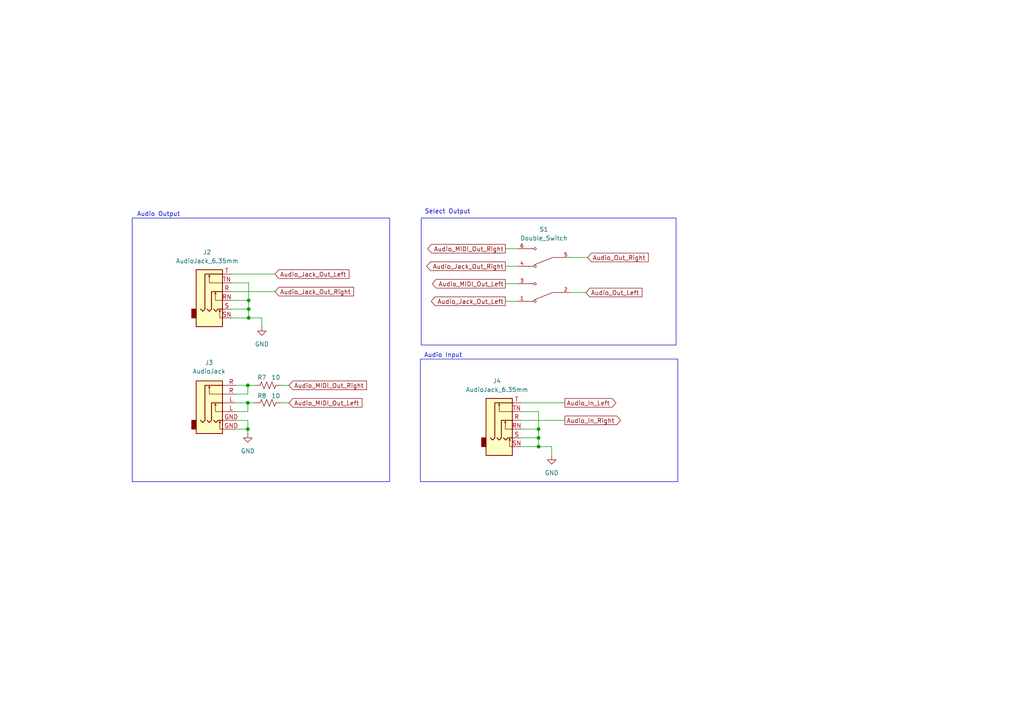
<source format=kicad_sch>
(kicad_sch (version 20231120) (generator "eeschema") (generator_version "8.0")
  (paper "A4")
  (lib_symbols
    (symbol "Digital_Multi_Effect_Pedal:AudioJack"
      (property "Reference" "J" (at 0 11.43 0))
      (property "Value" "AudioJack" (at 0 8.89 0))
      (symbol "AudioJack_0_1"
        (rectangle (start -6.35 -5.08) (end -7.62 -7.62) (stroke (width 0.254)) (fill (type outline)))
        (rectangle (start -6.35 6.35) (end 1.27 -8.89) (stroke (width 0.254)) (fill (type background)))
        (polyline (pts (xy -2.54 4.826) (xy -2.286 4.318)))
        (polyline (pts (xy -0.762 -0.254) (xy -0.508 -0.762)))
        (polyline (pts (xy 0.508 -5.334) (xy 0.762 -5.842)))
        (polyline (pts (xy 1.27 0) (xy 2.54 0)))
        (polyline (pts (xy 2.54 -5.08) (xy 1.27 -5.08)))
        (polyline (pts (xy 2.54 5.08) (xy 1.27 5.08)))
        (polyline (pts (xy -1.27 -5.08) (xy -0.635 -5.715) (xy 0 -5.08) (xy 1.27 -5.08)) (stroke (width 0.254)))
        (polyline (pts (xy 2.54 -7.62) (xy 0.508 -7.62) (xy 0.508 -5.334) (xy 0.254 -5.842)))
        (polyline (pts (xy 2.54 -2.54) (xy -0.762 -2.54) (xy -0.762 -0.254) (xy -1.016 -0.762)))
        (polyline (pts (xy 2.54 2.54) (xy -2.54 2.54) (xy -2.54 4.826) (xy -2.794 4.318)))
        (polyline (pts (xy -3.175 -5.08) (xy -2.54 -5.715) (xy -1.905 -5.08) (xy -1.905 0) (xy 1.27 0)) (stroke (width 0.254)))
        (polyline (pts (xy 1.27 5.08) (xy -3.81 5.08) (xy -3.81 -5.08) (xy -4.445 -5.715) (xy -5.08 -5.08)) (stroke (width 0.254)))
      )
      (symbol "AudioJack_1_1"
        (pin passive line (at 5.08 -7.62 180) (length 2.54) (name "~") (number "GND"))
        (pin passive line (at 5.08 -5.08 180) (length 2.54) (name "~") (number "GND"))
        (pin passive line (at 5.08 -2.54 180) (length 2.54) (name "~") (number "L"))
        (pin passive line (at 5.08 0 180) (length 2.54) (name "~") (number "L"))
        (pin passive line (at 5.08 2.54 180) (length 2.54) (name "~") (number "R"))
        (pin passive line (at 5.08 5.08 180) (length 2.54) (name "~") (number "R"))
      )
    )
    (symbol "Digital_Multi_Effect_Pedal:AudioJack_6.35mm"
      (property "Reference" "J" (at 0 11.43 0))
      (property "Value" "AudioJack_6.35mm" (at 0 8.89 0))
      (symbol "AudioJack_6.35mm_0_1"
        (rectangle (start -5.08 -5.08) (end -6.35 -7.62) (stroke (width 0.254)) (fill (type outline)))
        (rectangle (start 2.54 6.35) (end -5.08 -10.16) (stroke (width 0.254)) (fill (type background)))
      )
      (symbol "AudioJack_6.35mm_1_1"
        (polyline (pts (xy -1.27 4.826) (xy -1.016 4.318)))
        (polyline (pts (xy 0.508 -0.254) (xy 0.762 -0.762)))
        (polyline (pts (xy 1.778 -5.334) (xy 2.032 -5.842)))
        (polyline (pts (xy 0 -5.08) (xy 0.635 -5.715) (xy 1.27 -5.08) (xy 2.54 -5.08)) (stroke (width 0.254)))
        (polyline (pts (xy 2.54 -7.62) (xy 1.778 -7.62) (xy 1.778 -5.334) (xy 1.524 -5.842)))
        (polyline (pts (xy 2.54 -2.54) (xy 0.508 -2.54) (xy 0.508 -0.254) (xy 0.254 -0.762)))
        (polyline (pts (xy 2.54 2.54) (xy -1.27 2.54) (xy -1.27 4.826) (xy -1.524 4.318)))
        (polyline (pts (xy -1.905 -5.08) (xy -1.27 -5.715) (xy -0.635 -5.08) (xy -0.635 0) (xy 2.54 0)) (stroke (width 0.254)))
        (polyline (pts (xy 2.54 5.08) (xy -2.54 5.08) (xy -2.54 -5.08) (xy -3.175 -5.715) (xy -3.81 -5.08)) (stroke (width 0.254)))
        (pin passive line (at 5.08 0 180) (length 2.54) (name "~") (number "R"))
        (pin passive line (at 5.08 -2.54 180) (length 2.54) (name "~") (number "RN"))
        (pin passive line (at 5.08 -5.08 180) (length 2.54) (name "~") (number "S"))
        (pin passive line (at 5.08 -7.62 180) (length 2.54) (name "~") (number "SN"))
        (pin passive line (at 5.08 5.08 180) (length 2.54) (name "~") (number "T"))
        (pin passive line (at 5.08 2.54 180) (length 2.54) (name "~") (number "TN"))
      )
    )
    (symbol "Digital_Multi_Effect_Pedal:Double_Switch" (pin_names (offset 1.016))
      (property "Reference" "S" (at -2.54 10.16 0))
      (property "Value" "Double_Switch" (at -2.54 -10.16 0))
      (symbol "Double_Switch_0_0"
        (polyline (pts (xy -2.54 -5.08) (xy -5.08 -5.08)) (stroke (width 0.1524)))
        (polyline (pts (xy -2.54 -5.08) (xy 2.794 -2.9464)) (stroke (width 0.1524)))
        (polyline (pts (xy -2.54 5.08) (xy -5.08 5.08)) (stroke (width 0.1524)))
        (polyline (pts (xy -2.54 5.08) (xy 2.794 7.2136)) (stroke (width 0.1524)))
        (polyline (pts (xy 5.08 -7.62) (xy 2.921 -7.62)) (stroke (width 0.1524)))
        (polyline (pts (xy 5.08 -2.54) (xy 2.921 -2.54)) (stroke (width 0.1524)))
        (polyline (pts (xy 5.08 2.54) (xy 2.921 2.54)) (stroke (width 0.1524)))
        (polyline (pts (xy 5.08 7.62) (xy 2.921 7.62)) (stroke (width 0.1524)))
        (circle (center 2.54 -7.62) (radius 0.3302) (stroke (width 0.1524)))
        (circle (center 2.54 -2.54) (radius 0.3302) (stroke (width 0.1524)))
        (circle (center 2.54 2.54) (radius 0.3302) (stroke (width 0.1524)))
        (circle (center 2.54 7.62) (radius 0.3302) (stroke (width 0.1524)))
        (pin passive line (at 7.62 7.62 180) (length 2.54) (name "~") (number "1"))
        (pin passive line (at -7.62 5.08 0) (length 2.54) (name "~") (number "2"))
        (pin passive line (at 7.62 2.54 180) (length 2.54) (name "~") (number "3"))
        (pin passive line (at 7.62 -2.54 180) (length 2.54) (name "~") (number "4"))
        (pin passive line (at -7.62 -5.08 0) (length 2.54) (name "~") (number "5"))
        (pin passive line (at 7.62 -7.62 180) (length 2.54) (name "~") (number "6"))
      )
    )
    (symbol "charge_battery_sym_lib:Res_0_0603_1%" (pin_numbers hide) (pin_names hide)
      (property "Reference" "R" (at 3.556 2.54 0))
      (property "Value" "0/1%/1_10W" (at 4.064 -2.54 0))
      (symbol "Res_0_0603_1%_0_1"
        (polyline (pts (xy 1.524 0) (xy 1.27 0)))
        (polyline (pts (xy 6.096 0) (xy 6.35 0)))
        (polyline (pts (xy 1.524 0) (xy 1.905 1.016) (xy 2.286 0) (xy 2.667 -1.016) (xy 3.048 0)))
        (polyline (pts (xy 3.048 0) (xy 3.429 1.016) (xy 3.81 0) (xy 4.191 -1.016) (xy 4.572 0)))
        (polyline (pts (xy 4.572 0) (xy 4.953 1.016) (xy 5.334 0) (xy 5.715 -1.016) (xy 6.096 0)))
      )
      (symbol "Res_0_0603_1%_1_1"
        (pin passive line (at 0 0 0) (length 1.27) (name "~") (number "1"))
        (pin passive line (at 7.62 0 180) (length 1.27) (name "~") (number "2"))
      )
    )
    (symbol "power:GND" (power) (pin_numbers hide) (pin_names (offset 0) hide)
      (property "Value" "GND" (at 0 -3.81 0))
      (symbol "GND_0_1"
        (polyline (pts (xy 0 0) (xy 0 -1.27) (xy 1.27 -1.27) (xy 0 -2.54) (xy -1.27 -1.27) (xy 0 -1.27)))
      )
      (symbol "GND_1_1"
        (pin power_in line (at 0 0 270) (length 0) (name "~") (number "1"))
      )
    )
  )
  (junction (at 72.136 89.662))
  (junction (at 72.136 92.202))
  (junction (at 72.136 87.122))
  (junction (at 156.21 124.46))
  (junction (at 156.21 127))
  (junction (at 71.882 124.46))
  (junction (at 156.21 129.54))
  (junction (at 71.882 111.76))
  (junction (at 71.882 116.84))
  (wire (pts (xy 71.882 119.38) (xy 71.882 116.84)))
  (wire (pts (xy 146.558 72.136) (xy 150.114 72.136)))
  (wire (pts (xy 67.056 92.202) (xy 72.136 92.202)))
  (wire (pts (xy 72.136 87.122) (xy 67.056 87.122)))
  (wire (pts (xy 68.326 121.92) (xy 71.882 121.92)))
  (wire (pts (xy 71.882 116.84) (xy 73.914 116.84)))
  (wire (pts (xy 71.882 114.3) (xy 71.882 111.76)))
  (wire (pts (xy 151.13 127) (xy 156.21 127)))
  (wire (pts (xy 71.882 124.46) (xy 71.882 125.73)))
  (wire (pts (xy 170.434 74.676) (xy 165.354 74.676)))
  (wire (pts (xy 72.136 92.202) (xy 72.136 89.662)))
  (wire (pts (xy 75.946 94.742) (xy 75.946 92.202)))
  (wire (pts (xy 151.13 119.38) (xy 156.21 119.38)))
  (wire (pts (xy 146.558 87.376) (xy 150.114 87.376)))
  (wire (pts (xy 160.02 129.54) (xy 156.21 129.54)))
  (wire (pts (xy 151.13 116.84) (xy 163.83 116.84)))
  (wire (pts (xy 160.02 132.08) (xy 160.02 129.54)))
  (wire (pts (xy 151.13 129.54) (xy 156.21 129.54)))
  (wire (pts (xy 156.21 124.46) (xy 151.13 124.46)))
  (wire (pts (xy 146.558 82.296) (xy 150.114 82.296)))
  (wire (pts (xy 72.136 82.042) (xy 72.136 87.122)))
  (wire (pts (xy 67.056 79.502) (xy 79.756 79.502)))
  (wire (pts (xy 68.326 124.46) (xy 71.882 124.46)))
  (wire (pts (xy 71.882 121.92) (xy 71.882 124.46)))
  (wire (pts (xy 67.056 84.582) (xy 79.756 84.582)))
  (wire (pts (xy 67.056 82.042) (xy 72.136 82.042)))
  (wire (pts (xy 146.558 77.216) (xy 150.114 77.216)))
  (wire (pts (xy 151.13 121.92) (xy 163.83 121.92)))
  (wire (pts (xy 68.326 111.76) (xy 71.882 111.76)))
  (wire (pts (xy 68.326 119.38) (xy 71.882 119.38)))
  (wire (pts (xy 156.21 127) (xy 156.21 124.46)))
  (wire (pts (xy 156.21 129.54) (xy 156.21 127)))
  (wire (pts (xy 68.326 116.84) (xy 71.882 116.84)))
  (wire (pts (xy 67.056 89.662) (xy 72.136 89.662)))
  (wire (pts (xy 156.21 119.38) (xy 156.21 124.46)))
  (wire (pts (xy 81.534 111.76) (xy 83.82 111.76)))
  (wire (pts (xy 72.136 89.662) (xy 72.136 87.122)))
  (wire (pts (xy 169.926 84.836) (xy 165.354 84.836)))
  (wire (pts (xy 71.882 111.76) (xy 73.914 111.76)))
  (wire (pts (xy 68.326 114.3) (xy 71.882 114.3)))
  (wire (pts (xy 75.946 92.202) (xy 72.136 92.202)))
  (wire (pts (xy 81.534 116.84) (xy 83.82 116.84)))
  (rectangle (start 122.174 63.246) (end 196.088 100.076))
  (rectangle (start 121.92 104.14) (end 196.596 139.7))
  (rectangle (start 38.354 63.246) (end 113.03 139.7))
  (text "Audio Output" (at 45.974 62.23 0) (effects (font (size 1.27 1.27))))
  (text "Select Output" (at 129.794 61.468 0) (effects (font (size 1.27 1.27))))
  (text "Audio Input" (at 128.524 103.124 0) (effects (font (size 1.27 1.27))))
  (global_label "Audio_In_Left" (shape output) (at 163.83 116.84 0) (property "Intersheetrefs" "${INTERSHEET_REFS}" (effects (hide yes))))
  (global_label "Audio_Jack_Out_Right" (shape input) (at 79.756 84.582 0) (property "Intersheetrefs" "${INTERSHEET_REFS}" (effects (hide yes))))
  (global_label "Audio_MIDI_Out_Right" (shape input) (at 83.82 111.76 0) (property "Intersheetrefs" "${INTERSHEET_REFS}" (effects (hide yes))))
  (global_label "Audio_MIDI_Out_Right" (shape output) (at 146.558 72.136 180) (property "Intersheetrefs" "${INTERSHEET_REFS}" (effects (hide yes))))
  (global_label "Audio_Jack_Out_Right" (shape output) (at 146.558 77.216 180) (property "Intersheetrefs" "${INTERSHEET_REFS}" (effects (hide yes))))
  (global_label "Audio_Out_Right" (shape input) (at 170.434 74.676 0) (property "Intersheetrefs" "${INTERSHEET_REFS}" (effects (hide yes))))
  (global_label "Audio_In_Right" (shape output) (at 163.83 121.92 0) (property "Intersheetrefs" "${INTERSHEET_REFS}" (effects (hide yes))))
  (global_label "Audio_Jack_Out_Left" (shape input) (at 79.756 79.502 0) (property "Intersheetrefs" "${INTERSHEET_REFS}" (effects (hide yes))))
  (global_label "Audio_MIDI_Out_Left" (shape input) (at 83.82 116.84 0) (property "Intersheetrefs" "${INTERSHEET_REFS}" (effects (hide yes))))
  (global_label "Audio_MIDI_Out_Left" (shape output) (at 146.558 82.296 180) (property "Intersheetrefs" "${INTERSHEET_REFS}" (effects (hide yes))))
  (global_label "Audio_Jack_Out_Left" (shape output) (at 146.558 87.376 180) (property "Intersheetrefs" "${INTERSHEET_REFS}" (effects (hide yes))))
  (global_label "Audio_Out_Left" (shape input) (at 169.926 84.836 0) (property "Intersheetrefs" "${INTERSHEET_REFS}" (effects (hide yes))))
  (symbol (lib_id "charge_battery_sym_lib:Res_0_0603_1%") (at 73.914 116.84 0) (unit 1)
    (property "Reference" "R8" (at 75.946 114.808 0))
    (property "Value" "10" (at 80.01 114.808 0))
    (property "Footprint" "charge_battery_footprint_lib:Res_0603" (effects (hide yes)))
    (property "Description" "Res 0Ohm 0603 1%" (effects (hide yes)))
    (property "Supply name" "Thegioiic" (effects (hide yes)))
    (property "Supply part number" "Điện Trở 0 Ohm 0603 1%" (effects (hide yes)))
    (property "Supply URL" "https://www.thegioiic.com/dien-tro-0-ohm-0603-1-" (effects (hide yes)))
  )
  (symbol (lib_id "power:GND") (at 75.946 94.742 0) (unit 1)
    (property "Reference" "#PWR033" (effects (hide yes)))
    (property "Value" "GND" (at 75.946 99.822 0))
    (property "Description" "Power symbol creates a global label with name \"GND\" , ground" (effects (hide yes)))
  )
  (symbol (lib_id "Digital_Multi_Effect_Pedal:AudioJack") (at 63.246 116.84 0) (unit 1)
    (property "Reference" "J3" (at 60.6425 105.156 0))
    (property "Value" "AudioJack" (at 60.6425 107.696 0))
    (property "Footprint" "Digital_Multi_Effect_Pedal:Audio_connector" (effects (hide yes)))
    (property "Description" "Audio Jack, Dual, 3 Poles (Stereo / TRS), Switched Poles (Normalling)" (effects (hide yes)))
  )
  (symbol (lib_id "Digital_Multi_Effect_Pedal:AudioJack_6.35mm") (at 146.05 121.92 0) (unit 1)
    (property "Reference" "J4" (at 144.145 110.49 0))
    (property "Value" "AudioJack_6.35mm" (at 144.145 113.03 0))
    (property "Footprint" "Digital_Multi_Effect_Pedal:Jack_Audio_6.35mm" (effects (hide yes)))
    (property "Description" "Audio Jack, 3 Poles (Stereo / TRS), Grounded Sleeve, Switched Poles (Normalling)" (effects (hide yes)))
  )
  (symbol (lib_id "charge_battery_sym_lib:Res_0_0603_1%") (at 73.914 111.76 0) (unit 1)
    (property "Reference" "R7" (at 75.946 109.474 0))
    (property "Value" "10" (at 80.01 109.474 0))
    (property "Footprint" "charge_battery_footprint_lib:Res_0603" (effects (hide yes)))
    (property "Description" "Res 0Ohm 0603 1%" (effects (hide yes)))
    (property "Supply name" "Thegioiic" (effects (hide yes)))
    (property "Supply part number" "Điện Trở 0 Ohm 0603 1%" (effects (hide yes)))
    (property "Supply URL" "https://www.thegioiic.com/dien-tro-0-ohm-0603-1-" (effects (hide yes)))
  )
  (symbol (lib_id "Digital_Multi_Effect_Pedal:AudioJack_6.35mm") (at 61.976 84.582 0) (unit 1)
    (property "Reference" "J2" (at 60.071 73.152 0))
    (property "Value" "AudioJack_6.35mm" (at 60.071 75.692 0))
    (property "Footprint" "Digital_Multi_Effect_Pedal:Jack_Audio_6.35mm" (effects (hide yes)))
    (property "Description" "Audio Jack, 3 Poles (Stereo / TRS), Grounded Sleeve, Switched Poles (Normalling)" (effects (hide yes)))
  )
  (symbol (lib_id "Digital_Multi_Effect_Pedal:Double_Switch") (at 157.734 79.756 180) (unit 1)
    (property "Reference" "S1" (at 157.734 66.548 0))
    (property "Value" "Double_Switch" (at 157.734 69.088 0))
    (property "Footprint" "Digital_Multi_Effect_Pedal:Double_Switch" (effects (hide yes)))
    (property "MF" "E-Switch" (effects (hide yes)))
    (property "MAXIMUM_PACKAGE_HEIGHT" "29.99 mm" (effects (hide yes)))
    (property "Package" "None" (effects (hide yes)))
    (property "Price" "None" (effects (hide yes)))
    (property "Check_prices" "https://www.snapeda.com/parts/100DP1T1B1M2QEH/E-Switch/view-part/?ref=eda" (effects (hide yes)))
    (property "STANDARD" "Manufacturer Recommendations" (effects (hide yes)))
    (property "PARTREV" "C" (effects (hide yes)))
    (property "SnapEDA_Link" "https://www.snapeda.com/parts/100DP1T1B1M2QEH/E-Switch/view-part/?ref=snap" (effects (hide yes)))
    (property "MP" "100DP1T1B1M2QEH" (effects (hide yes)))
    (property "Description_1" "\n                        \n                            Toggle Switch, 100 Series, DPDT, ON-NONE-ON, Sealed, 5A, 120VAC, 28VDC, PC Pin | E-Switch 100DP1T1B1M2QEH\n                        \n" (effects (hide yes)))
    (property "SNAPEDA_PN" "100DP1T1B1M2QEH" (effects (hide yes)))
    (property "Availability" "In Stock" (effects (hide yes)))
    (property "MANUFACTURER" "E-switch" (effects (hide yes)))
  )
  (symbol (lib_id "power:GND") (at 160.02 132.08 0) (unit 1)
    (property "Reference" "#PWR034" (effects (hide yes)))
    (property "Value" "GND" (at 160.02 137.16 0))
    (property "Description" "Power symbol creates a global label with name \"GND\" , ground" (effects (hide yes)))
  )
  (symbol (lib_id "power:GND") (at 71.882 125.73 0) (unit 1)
    (property "Reference" "#PWR032" (effects (hide yes)))
    (property "Value" "GND" (at 71.882 130.81 0))
    (property "Description" "Power symbol creates a global label with name \"GND\" , ground" (effects (hide yes)))
  )
)
</source>
